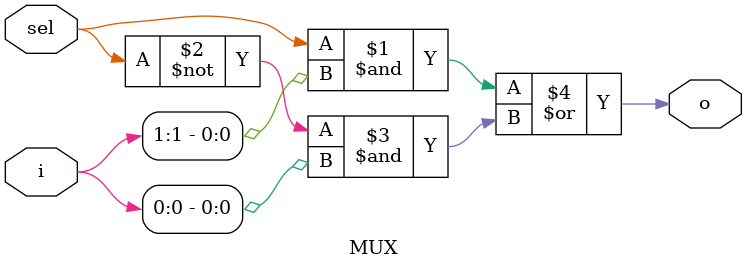
<source format=v>
`timescale 1ns / 1ps
module MUX(
    input [1:0]i,
    input sel,
    output o
    );

    assign o = (sel & i[1]) | (~sel & i[0]);
endmodule

</source>
